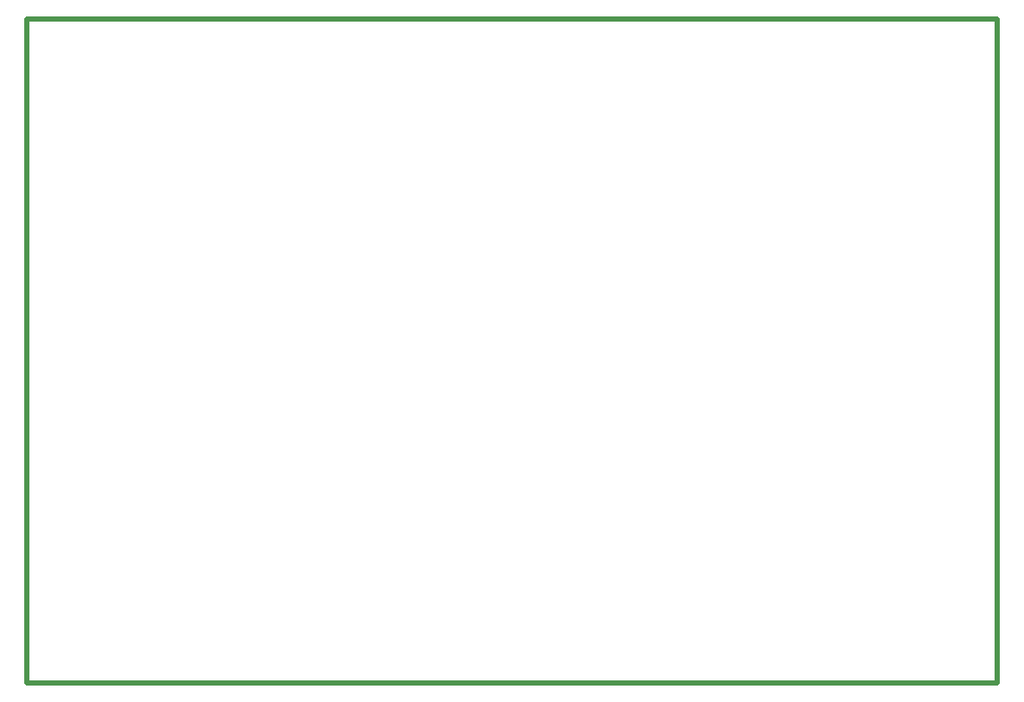
<source format=gbr>
%TF.GenerationSoftware,KiCad,Pcbnew,(5.1.6)-1*%
%TF.CreationDate,2022-03-23T15:28:11-04:00*%
%TF.ProjectId,MPPT_picoShield,4d505054-5f70-4696-936f-536869656c64,rev?*%
%TF.SameCoordinates,Original*%
%TF.FileFunction,Profile,NP*%
%FSLAX46Y46*%
G04 Gerber Fmt 4.6, Leading zero omitted, Abs format (unit mm)*
G04 Created by KiCad (PCBNEW (5.1.6)-1) date 2022-03-23 15:28:11*
%MOMM*%
%LPD*%
G01*
G04 APERTURE LIST*
%TA.AperFunction,Profile*%
%ADD10C,0.500000*%
%TD*%
G04 APERTURE END LIST*
D10*
X0Y-65000000D02*
X95000000Y-65000000D01*
X95000000Y0D02*
X95000000Y-65000000D01*
X0Y0D02*
X0Y-65000000D01*
X0Y0D02*
X95000000Y0D01*
M02*

</source>
